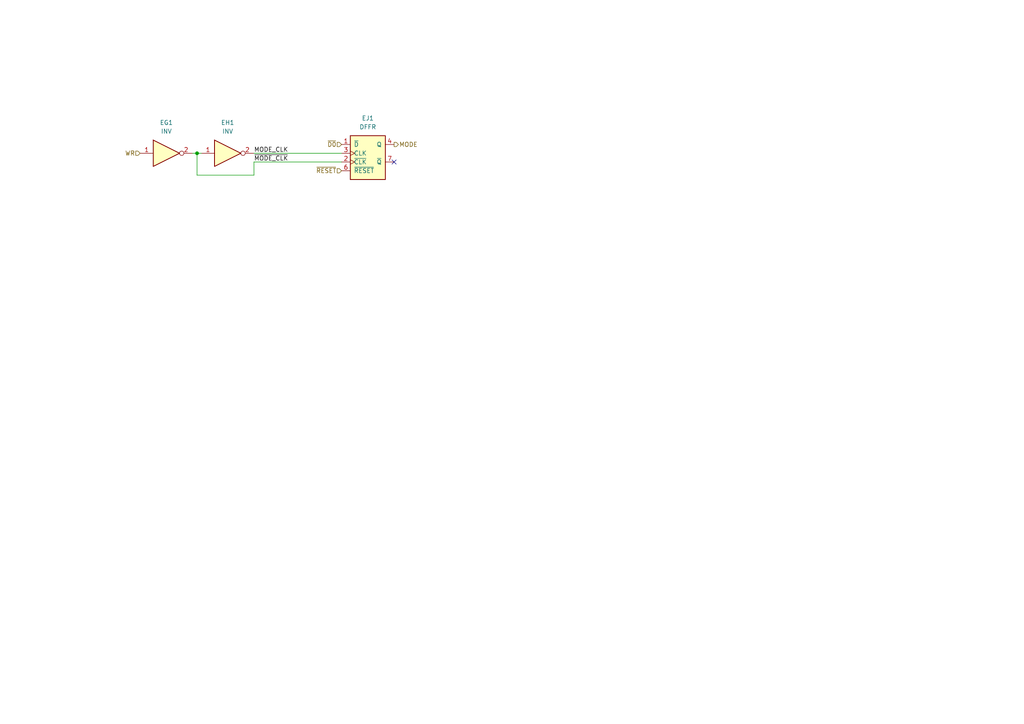
<source format=kicad_sch>
(kicad_sch (version 20231120) (generator "eeschema") (generator_version "8.0")
  (paper "A4")
  (title_block (title "MBC1B - MODE register (0x6000-0x7FFF)") (date "2024-04-07") (rev "A") (company "https://gekkio.fi") (comment 1 "https://github.com/Gekkio/gb-research"))
  (lib_symbols
    (symbol "MBC1B:DFFR" (pin_names (offset 1.016))
      (property "Reference" "U" (at 0 6.35 0))
      (property "Value" "DFFR" (at 0 -8.89 0))
      (symbol "DFFR_0_1"
        (rectangle (start -5.08 5.08) (end 5.08 -7.62) (stroke (width 0.254)) (fill (type background)))
      )
      (symbol "DFFR_1_1"
        (pin input line (at -7.62 2.54 0) (length 2.54) (name "~{D}") (number "1"))
        (pin passive clock (at -7.62 -2.54 0) (length 2.54) (name "~{CLK}") (number "2"))
        (pin input clock (at -7.62 0 0) (length 2.54) (name "CLK") (number "3"))
        (pin output line (at 7.62 2.54 180) (length 2.54) (name "Q") (number "4"))
        (pin input line (at -7.62 -5.08 0) (length 2.54) (name "~{RESET}") (number "6"))
        (pin output line (at 7.62 -2.54 180) (length 2.54) (name "~{Q}") (number "7"))
      )
    )
    (symbol "MBC1B:INV" (pin_names (offset 1.016) hide)
      (property "Reference" "U" (at 0 5.08 0))
      (property "Value" "INV" (at 0 -5.08 0))
      (symbol "INV_1_0"
        (polyline (pts (xy -3.81 3.81) (xy -3.81 -3.81) (xy 3.81 0) (xy -3.81 3.81)) (stroke (width 0.254)) (fill (type background)))
        (pin input line (at -7.62 0 0) (length 3.81) (name "A") (number "1"))
        (pin output inverted (at 7.62 0 180) (length 3.81) (name "Y") (number "2"))
      )
    )
  )
  (junction (at 57.15 44.45))
  (no_connect (at 114.3 46.99))
  (wire (pts (xy 55.88 44.45) (xy 57.15 44.45)))
  (wire (pts (xy 73.66 44.45) (xy 99.06 44.45)))
  (wire (pts (xy 57.15 50.8) (xy 73.66 50.8)))
  (wire (pts (xy 57.15 44.45) (xy 57.15 50.8)))
  (wire (pts (xy 73.66 50.8) (xy 73.66 46.99)))
  (wire (pts (xy 73.66 46.99) (xy 99.06 46.99)))
  (wire (pts (xy 57.15 44.45) (xy 58.42 44.45)))
  (label "~{MODE_CLK}" (at 73.66 46.99 0))
  (label "MODE_CLK" (at 73.66 44.45 0))
  (hierarchical_label "MODE" (shape output) (at 114.3 41.91 0))
  (hierarchical_label "~{D0}" (shape input) (at 99.06 41.91 180))
  (hierarchical_label "~{RESET}" (shape input) (at 99.06 49.53 180))
  (hierarchical_label "WR" (shape input) (at 40.64 44.45 180))
  (symbol (lib_id "MBC1B:INV") (at 66.04 44.45 0) (unit 1)
    (property "Reference" "EH1" (at 66.04 35.56 0))
    (property "Value" "INV" (at 66.04 38.1 0))
  )
  (symbol (lib_id "MBC1B:INV") (at 48.26 44.45 0) (unit 1)
    (property "Reference" "EG1" (at 48.26 35.56 0))
    (property "Value" "INV" (at 48.26 38.1 0))
  )
  (symbol (lib_id "MBC1B:DFFR") (at 106.68 44.45 0) (unit 1)
    (property "Reference" "EJ1" (at 106.68 34.29 0))
    (property "Value" "DFFR" (at 106.68 36.83 0))
    (property "Description" "rising edge triggered master-slave D flip flop (AFER)" (effects (hide yes)))
  )
)
</source>
